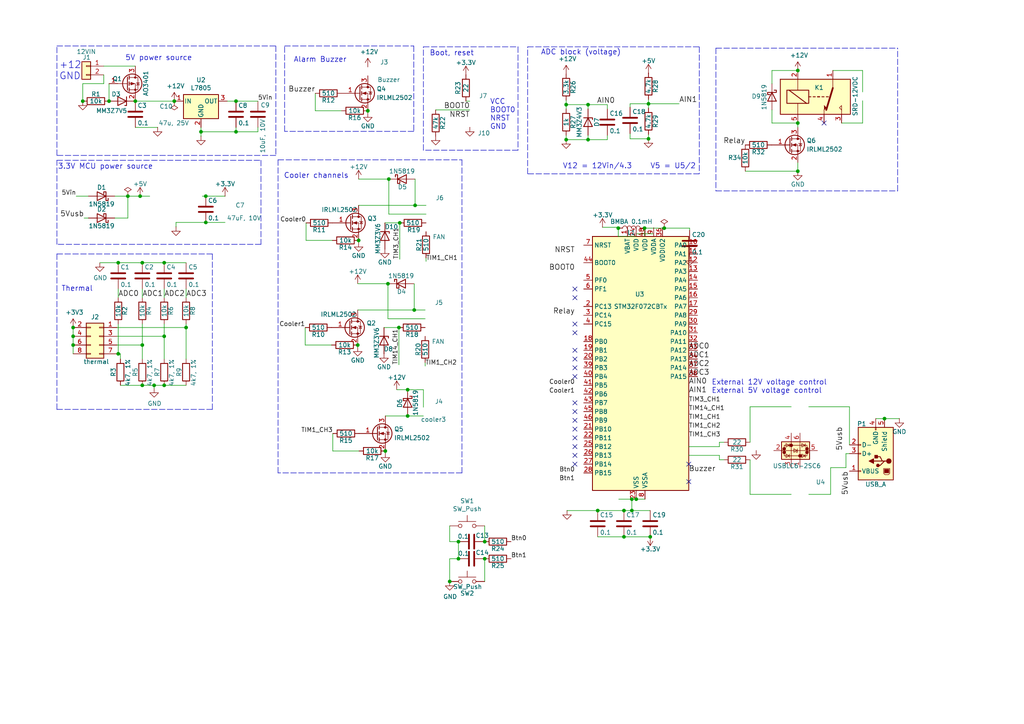
<source format=kicad_sch>
(kicad_sch (version 20231120) (generator "eeschema") (generator_version "8.0")
  (paper "A4")
  (junction (at 164.211 30.353))
  (junction (at 21.209 97.536))
  (junction (at 47.625 76.2))
  (junction (at 111.76 130.81))
  (junction (at 231.394 35.687))
  (junction (at 140.589 157.099))
  (junction (at 37.084 56.896))
  (junction (at 47.625 97.536))
  (junction (at 21.209 94.996))
  (junction (at 44.704 111.76))
  (junction (at 132.969 162.052))
  (junction (at 104.013 69.723))
  (junction (at 39.243 29.337))
  (junction (at 103.759 100.076))
  (junction (at 179.324 66.167))
  (junction (at 68.453 29.337))
  (junction (at 34.29 102.616))
  (junction (at 59.69 56.896))
  (junction (at 170.561 30.353))
  (junction (at 132.969 157.099))
  (junction (at 120.396 59.563))
  (junction (at 188.087 30.099))
  (junction (at 59.69 64.516))
  (junction (at 21.209 100.076))
  (junction (at 184.531 144.78))
  (junction (at 31.623 29.337))
  (junction (at 170.561 40.513))
  (junction (at 112.522 82.296))
  (junction (at 186.944 66.167))
  (junction (at 115.951 64.643))
  (junction (at 231.394 20.447))
  (junction (at 50.546 29.337))
  (junction (at 53.975 94.996))
  (junction (at 183.261 148.082))
  (junction (at 112.776 51.943))
  (junction (at 130.429 168.656))
  (junction (at 120.142 89.916))
  (junction (at 192.659 66.167))
  (junction (at 231.394 49.657))
  (junction (at 68.453 38.227))
  (junction (at 183.261 144.78))
  (junction (at 173.355 148.082))
  (junction (at 24.003 29.337))
  (junction (at 118.237 120.65))
  (junction (at 188.595 155.702))
  (junction (at 58.293 38.227))
  (junction (at 115.697 94.996))
  (junction (at 118.237 113.03))
  (junction (at 41.275 100.076))
  (junction (at 41.275 76.2))
  (junction (at 180.975 148.082))
  (junction (at 164.211 40.513))
  (junction (at 41.275 111.76))
  (junction (at 180.975 155.702))
  (junction (at 140.589 162.052))
  (junction (at 106.68 32.131))
  (junction (at 188.087 40.259))
  (junction (at 47.625 111.76))
  (junction (at 34.29 76.2))
  (junction (at 256.54 121.412))
  (junction (at 40.64 56.896))
  (no_connect (at 166.751 96.52))
  (no_connect (at 166.751 86.36))
  (no_connect (at 199.771 134.62))
  (no_connect (at 199.771 139.7))
  (no_connect (at 166.751 104.14))
  (no_connect (at 166.751 132.08))
  (no_connect (at 166.751 121.92))
  (no_connect (at 166.751 106.68))
  (no_connect (at 166.751 134.62))
  (no_connect (at 166.751 129.54))
  (no_connect (at 166.751 93.98))
  (no_connect (at 273.685 226.695))
  (no_connect (at 239.014 35.687))
  (no_connect (at 166.751 127))
  (no_connect (at 166.751 119.38))
  (no_connect (at 273.05 232.41))
  (no_connect (at 166.751 109.22))
  (no_connect (at 166.751 101.6))
  (no_connect (at 270.51 248.92))
  (no_connect (at 166.751 124.46))
  (no_connect (at 270.51 240.03))
  (no_connect (at 166.751 116.84))
  (no_connect (at 166.751 83.82))
  (wire (pts (xy 47.625 97.536) (xy 47.625 104.14)))
  (wire (pts (xy 65.278 56.896) (xy 59.69 56.896)))
  (polyline (pts (xy 202.819 13.589) (xy 202.819 50.419)) (stroke (width 0) (type dash)))
  (polyline (pts (xy 75.692 46.482) (xy 75.692 70.866)) (stroke (width 0) (type dash)))
  (wire (pts (xy 41.275 100.076) (xy 41.275 104.14)))
  (wire (pts (xy 164.211 30.353) (xy 164.211 31.623)))
  (wire (pts (xy 180.975 148.082) (xy 183.261 148.082)))
  (wire (pts (xy 188.087 40.259) (xy 182.753 40.259)))
  (wire (pts (xy 34.29 102.616) (xy 34.925 102.616)))
  (polyline (pts (xy 153.035 50.419) (xy 153.035 13.589)) (stroke (width 0) (type dash)))
  (wire (pts (xy 186.944 68.58) (xy 187.071 68.58)))
  (wire (pts (xy 33.274 63.246) (xy 37.084 63.246)))
  (polyline (pts (xy 133.985 46.355) (xy 133.985 137.16)) (stroke (width 0) (type dash)))
  (wire (pts (xy 39.243 36.957) (xy 45.72 36.957)))
  (polyline (pts (xy 260.35 55.372) (xy 260.35 13.97)) (stroke (width 0) (type dash)))
  (wire (pts (xy 184.531 68.58) (xy 184.531 67.818)))
  (polyline (pts (xy 80.645 46.355) (xy 133.985 46.355)) (stroke (width 0) (type dash)))
  (wire (pts (xy 223.901 24.257) (xy 223.901 20.447)))
  (polyline (pts (xy 207.645 13.97) (xy 260.35 13.97)) (stroke (width 0) (type dash)))
  (wire (pts (xy 22.098 56.896) (xy 25.654 56.896)))
  (polyline (pts (xy 16.51 70.866) (xy 16.51 46.482)) (stroke (width 0) (type dash)))
  (polyline (pts (xy 133.985 137.16) (xy 80.645 137.16)) (stroke (width 0) (type dash)))
  (wire (pts (xy 58.293 36.957) (xy 58.293 38.227)))
  (wire (pts (xy 217.551 133.35) (xy 217.551 143.383)))
  (wire (pts (xy 24.003 29.337) (xy 24.003 24.257)))
  (wire (pts (xy 115.697 94.996) (xy 115.697 105.791)))
  (wire (pts (xy 21.209 100.076) (xy 21.209 102.616)))
  (wire (pts (xy 39.243 29.337) (xy 50.546 29.337)))
  (wire (pts (xy 179.451 144.78) (xy 183.261 144.78)))
  (wire (pts (xy 103.759 89.916) (xy 120.142 89.916)))
  (polyline (pts (xy 120.015 38.1) (xy 82.55 38.1)) (stroke (width 0) (type dash)))
  (polyline (pts (xy 16.51 13.335) (xy 80.01 13.335)) (stroke (width 0) (type dash)))
  (wire (pts (xy 50.546 29.337) (xy 50.673 29.337)))
  (wire (pts (xy 30.099 19.177) (xy 39.243 19.177)))
  (wire (pts (xy 28.956 76.2) (xy 34.29 76.2)))
  (wire (pts (xy 112.776 51.943) (xy 104.013 51.943)))
  (wire (pts (xy 112.522 82.296) (xy 103.759 82.296)))
  (wire (pts (xy 130.429 168.656) (xy 130.429 162.052)))
  (wire (pts (xy 111.76 120.65) (xy 118.237 120.65)))
  (wire (pts (xy 130.429 162.052) (xy 132.969 162.052)))
  (wire (pts (xy 58.293 38.227) (xy 68.453 38.227)))
  (wire (pts (xy 188.087 38.989) (xy 188.087 40.259)))
  (wire (pts (xy 74.803 38.227) (xy 74.803 36.957)))
  (wire (pts (xy 103.759 100.711) (xy 103.759 100.076)))
  (wire (pts (xy 112.776 62.103) (xy 112.776 51.943)))
  (wire (pts (xy 112.776 62.103) (xy 123.571 62.103)))
  (polyline (pts (xy 202.819 50.419) (xy 153.035 50.419)) (stroke (width 0) (type dash)))
  (wire (pts (xy 25.654 63.246) (xy 24.384 63.246)))
  (wire (pts (xy 170.561 40.513) (xy 176.149 40.513)))
  (polyline (pts (xy 16.51 46.482) (xy 75.692 46.482)) (stroke (width 0) (type dash)))
  (wire (pts (xy 58.293 38.227) (xy 58.293 39.497)))
  (wire (pts (xy 111.76 131.445) (xy 111.76 130.81)))
  (wire (pts (xy 254 121.412) (xy 256.54 121.412)))
  (wire (pts (xy 208.661 128.27) (xy 209.931 128.27)))
  (polyline (pts (xy 207.645 13.97) (xy 207.645 55.372)) (stroke (width 0) (type dash)))
  (wire (pts (xy 208.661 133.35) (xy 208.661 132.08)))
  (wire (pts (xy 223.901 35.687) (xy 223.901 31.877)))
  (wire (pts (xy 91.44 32.131) (xy 99.06 32.131)))
  (wire (pts (xy 68.453 29.337) (xy 74.803 29.337)))
  (wire (pts (xy 68.453 38.227) (xy 74.803 38.227)))
  (polyline (pts (xy 80.01 13.335) (xy 80.01 45.085)) (stroke (width 0) (type dash)))
  (wire (pts (xy 189.611 67.818) (xy 189.611 68.58)))
  (wire (pts (xy 173.355 148.082) (xy 180.975 148.082)))
  (wire (pts (xy 164.211 30.353) (xy 170.561 30.353)))
  (wire (pts (xy 164.211 39.243) (xy 164.211 40.513)))
  (wire (pts (xy 183.261 148.082) (xy 188.595 148.082)))
  (wire (pts (xy 245.364 135.636) (xy 240.919 135.636)))
  (wire (pts (xy 208.661 132.08) (xy 199.771 132.08)))
  (wire (pts (xy 24.003 24.257) (xy 30.099 24.257)))
  (wire (pts (xy 223.901 20.447) (xy 231.394 20.447)))
  (polyline (pts (xy 16.51 45.085) (xy 16.51 13.335)) (stroke (width 0) (type dash)))
  (wire (pts (xy 164.465 148.082) (xy 173.355 148.082)))
  (wire (pts (xy 186.944 66.167) (xy 186.944 68.58)))
  (polyline (pts (xy 82.55 38.1) (xy 82.55 13.335)) (stroke (width 0) (type dash)))
  (wire (pts (xy 170.561 31.623) (xy 170.561 30.353)))
  (wire (pts (xy 118.237 120.65) (xy 122.809 120.65)))
  (wire (pts (xy 250.19 26.67) (xy 250.19 20.447)))
  (wire (pts (xy 106.68 32.766) (xy 106.68 32.131)))
  (wire (pts (xy 58.674 56.896) (xy 59.69 56.896)))
  (wire (pts (xy 53.975 93.98) (xy 53.975 94.996)))
  (wire (pts (xy 188.087 28.829) (xy 188.087 30.099)))
  (wire (pts (xy 122.809 113.03) (xy 118.237 113.03)))
  (polyline (pts (xy 80.645 137.16) (xy 80.645 46.355)) (stroke (width 0) (type dash)))
  (wire (pts (xy 91.44 27.051) (xy 91.44 32.131)))
  (wire (pts (xy 37.084 56.896) (xy 40.64 56.896)))
  (wire (pts (xy 231.394 49.657) (xy 231.394 47.117)))
  (wire (pts (xy 250.19 35.687) (xy 244.094 35.687)))
  (wire (pts (xy 53.975 111.76) (xy 47.625 111.76)))
  (wire (pts (xy 34.29 83.82) (xy 34.29 86.36)))
  (wire (pts (xy 53.975 94.996) (xy 53.975 104.14)))
  (polyline (pts (xy 120.015 13.335) (xy 120.015 38.1)) (stroke (width 0) (type dash)))
  (polyline (pts (xy 122.809 13.589) (xy 150.241 13.589)) (stroke (width 0) (type dash)))
  (wire (pts (xy 192.659 66.167) (xy 200.025 66.167)))
  (polyline (pts (xy 82.55 13.335) (xy 120.015 13.335)) (stroke (width 0) (type dash)))
  (wire (pts (xy 33.909 100.076) (xy 41.275 100.076)))
  (wire (pts (xy 34.29 93.98) (xy 34.29 102.616)))
  (wire (pts (xy 246.38 131.572) (xy 245.364 131.572)))
  (wire (pts (xy 217.551 128.27) (xy 217.551 117.983)))
  (wire (pts (xy 240.919 143.383) (xy 234.569 143.383)))
  (wire (pts (xy 240.919 135.636) (xy 240.919 143.383)))
  (wire (pts (xy 176.149 40.513) (xy 176.149 39.243)))
  (wire (pts (xy 183.261 144.78) (xy 183.261 148.082)))
  (wire (pts (xy 41.275 111.76) (xy 34.925 111.76)))
  (polyline (pts (xy 61.595 73.66) (xy 61.595 118.745)) (stroke (width 0) (type dash)))
  (wire (pts (xy 170.561 40.513) (xy 170.561 39.243)))
  (wire (pts (xy 88.519 94.996) (xy 88.519 100.076)))
  (wire (pts (xy 164.211 40.513) (xy 170.561 40.513)))
  (wire (pts (xy 96.52 125.73) (xy 96.52 130.81)))
  (wire (pts (xy 41.275 111.76) (xy 44.704 111.76)))
  (wire (pts (xy 250.19 29.21) (xy 250.19 35.687)))
  (wire (pts (xy 182.753 38.735) (xy 182.753 40.259)))
  (wire (pts (xy 51.054 65.786) (xy 51.054 64.516)))
  (wire (pts (xy 132.969 157.099) (xy 130.429 157.099)))
  (wire (pts (xy 21.209 94.996) (xy 21.209 97.536)))
  (wire (pts (xy 47.625 76.2) (xy 53.975 76.2)))
  (wire (pts (xy 33.274 56.896) (xy 37.084 56.896)))
  (wire (pts (xy 176.149 31.623) (xy 176.149 30.353)))
  (wire (pts (xy 44.704 111.76) (xy 44.704 112.649)))
  (wire (pts (xy 115.697 94.996) (xy 111.379 94.996)))
  (wire (pts (xy 115.951 64.643) (xy 111.633 64.643)))
  (wire (pts (xy 33.909 94.996) (xy 53.975 94.996)))
  (wire (pts (xy 120.396 51.943) (xy 120.396 59.563)))
  (wire (pts (xy 188.087 30.099) (xy 196.977 30.099)))
  (wire (pts (xy 184.531 67.818) (xy 189.611 67.818)))
  (wire (pts (xy 88.519 100.076) (xy 96.139 100.076)))
  (wire (pts (xy 217.551 117.983) (xy 229.489 117.983)))
  (polyline (pts (xy 75.692 70.866) (xy 16.51 70.866)) (stroke (width 0) (type dash)))
  (wire (pts (xy 44.704 111.76) (xy 47.625 111.76)))
  (wire (pts (xy 245.364 131.572) (xy 245.364 135.636)))
  (wire (pts (xy 130.429 152.527) (xy 130.429 157.099)))
  (wire (pts (xy 199.771 129.54) (xy 208.661 129.54)))
  (wire (pts (xy 47.625 93.98) (xy 47.625 97.536)))
  (wire (pts (xy 96.52 130.81) (xy 104.14 130.81)))
  (wire (pts (xy 246.38 129.032) (xy 246.38 117.983)))
  (wire (pts (xy 120.142 89.916) (xy 123.317 89.916)))
  (wire (pts (xy 173.355 155.702) (xy 180.975 155.702)))
  (wire (pts (xy 68.453 38.227) (xy 68.453 36.957)))
  (wire (pts (xy 132.969 157.099) (xy 132.969 162.052)))
  (wire (pts (xy 216.154 49.657) (xy 231.394 49.657)))
  (polyline (pts (xy 207.645 55.372) (xy 260.35 55.372)) (stroke (width 0) (type dash)))
  (polyline (pts (xy 150.241 13.589) (xy 150.241 43.561)) (stroke (width 0) (type dash)))
  (wire (pts (xy 231.394 36.957) (xy 231.394 35.687)))
  (wire (pts (xy 231.394 35.687) (xy 223.901 35.687)))
  (wire (pts (xy 256.54 121.412) (xy 260.858 121.412)))
  (wire (pts (xy 112.522 92.456) (xy 112.522 82.296)))
  (wire (pts (xy 47.625 83.82) (xy 47.625 86.36)))
  (wire (pts (xy 180.975 155.702) (xy 188.595 155.702)))
  (wire (pts (xy 104.013 70.358) (xy 104.013 69.723)))
  (wire (pts (xy 179.324 68.58) (xy 184.531 68.58)))
  (polyline (pts (xy 122.809 43.561) (xy 122.809 13.589)) (stroke (width 0) (type dash)))
  (polyline (pts (xy 150.241 43.561) (xy 122.809 43.561)) (stroke (width 0) (type dash)))
  (wire (pts (xy 31.623 24.257) (xy 31.623 29.337)))
  (wire (pts (xy 140.589 162.052) (xy 140.589 168.656)))
  (wire (pts (xy 37.084 63.246) (xy 37.084 56.896)))
  (wire (pts (xy 217.551 143.383) (xy 229.489 143.383)))
  (wire (pts (xy 122.809 118.11) (xy 122.809 113.03)))
  (wire (pts (xy 246.38 117.983) (xy 234.569 117.983)))
  (wire (pts (xy 120.142 82.296) (xy 120.142 89.916)))
  (wire (pts (xy 179.324 65.913) (xy 179.324 66.167)))
  (wire (pts (xy 30.099 24.257) (xy 30.099 21.717)))
  (wire (pts (xy 250.19 20.447) (xy 241.554 20.447)))
  (wire (pts (xy 104.013 59.563) (xy 120.396 59.563)))
  (wire (pts (xy 33.909 102.616) (xy 34.29 102.616)))
  (wire (pts (xy 164.211 29.083) (xy 164.211 30.353)))
  (wire (pts (xy 120.396 59.563) (xy 123.571 59.563)))
  (wire (pts (xy 182.753 31.115) (xy 182.753 30.099)))
  (wire (pts (xy 123.317 106.172) (xy 123.317 105.156)))
  (wire (pts (xy 33.909 97.536) (xy 47.625 97.536)))
  (wire (pts (xy 65.913 29.337) (xy 68.453 29.337)))
  (wire (pts (xy 188.087 30.099) (xy 188.087 31.369)))
  (wire (pts (xy 115.951 64.643) (xy 115.951 75.184)))
  (wire (pts (xy 183.261 144.78) (xy 184.531 144.78)))
  (polyline (pts (xy 16.51 73.66) (xy 61.595 73.66)) (stroke (width 0) (type dash)))
  (wire (pts (xy 34.925 102.616) (xy 34.925 104.14)))
  (wire (pts (xy 112.522 92.456) (xy 123.317 92.456)))
  (wire (pts (xy 179.324 66.167) (xy 179.324 68.58)))
  (wire (pts (xy 135.128 29.337) (xy 136.271 29.337)))
  (wire (pts (xy 41.275 93.98) (xy 41.275 100.076)))
  (wire (pts (xy 65.278 64.516) (xy 59.69 64.516)))
  (polyline (pts (xy 16.51 118.745) (xy 16.51 73.66)) (stroke (width 0) (type dash)))
  (polyline (pts (xy 61.595 118.745) (xy 16.51 118.745)) (stroke (width 0) (type dash)))
  (wire (pts (xy 174.752 65.913) (xy 179.324 65.913)))
  (polyline (pts (xy 153.035 13.589) (xy 202.819 13.589)) (stroke (width 0) (type dash)))
  (wire (pts (xy 182.753 30.099) (xy 188.087 30.099)))
  (wire (pts (xy 208.661 129.54) (xy 208.661 128.27)))
  (wire (pts (xy 34.29 76.2) (xy 41.275 76.2)))
  (wire (pts (xy 123.571 75.819) (xy 123.571 74.803)))
  (wire (pts (xy 186.944 66.167) (xy 192.659 66.167)))
  (wire (pts (xy 187.071 144.78) (xy 184.531 144.78)))
  (wire (pts (xy 140.589 157.099) (xy 140.589 152.527)))
  (wire (pts (xy 41.275 76.2) (xy 47.625 76.2)))
  (wire (pts (xy 88.773 64.643) (xy 88.773 69.723)))
  (polyline (pts (xy 80.01 45.085) (xy 16.51 45.085)) (stroke (width 0) (type dash)))
  (wire (pts (xy 21.209 100.076) (xy 21.209 97.536)))
  (wire (pts (xy 170.561 30.353) (xy 176.149 30.353)))
  (wire (pts (xy 53.975 86.36) (xy 53.975 83.82)))
  (wire (pts (xy 115.062 113.03) (xy 118.237 113.03)))
  (wire (pts (xy 88.773 69.723) (xy 96.393 69.723)))
  (wire (pts (xy 41.275 83.82) (xy 41.275 86.36)))
  (wire (pts (xy 126.365 31.877) (xy 136.271 31.877)))
  (wire (pts (xy 40.64 56.896) (xy 43.434 56.896)))
  (wire (pts (xy 51.054 64.516) (xy 59.69 64.516)))
  (wire (pts (xy 209.931 133.35) (xy 208.661 133.35)))
  (wire (pts (xy 200.025 66.167) (xy 200.025 66.802)))
  (text "Cooler channels" (at 82.296 51.943 0) (effects (font (size 1.524 1.524)) (justify left bottom)))
  (text "ADC block (voltage)" (at 156.845 16.129 0) (effects (font (size 1.524 1.524)) (justify left bottom)))
  (text "V12 = 12Vin/4.3" (at 163.195 49.149 0) (effects (font (size 1.524 1.524)) (justify left bottom)))
  (text "+12\nGND" (at 17.145 23.368 0) (effects (font (size 2.0066 2.0066)) (justify left bottom)))
  (text "3.3V MCU power source" (at 16.764 49.276 0) (effects (font (size 1.524 1.524)) (justify left bottom)))
  (text "External 12V voltage control" (at 206.375 111.887 0) (effects (font (size 1.524 1.524)) (justify left bottom)))
  (text "External 5V voltage control" (at 206.375 114.3 0) (effects (font (size 1.524 1.524)) (justify left bottom)))
  (text "Boot, reset" (at 124.587 16.383 0) (effects (font (size 1.524 1.524)) (justify left bottom)))
  (text "VCC\nBOOT0\nNRST\nGND" (at 142.113 37.719 0) (effects (font (size 1.4986 1.4986)) (justify left bottom)))
  (text "5V power source" (at 36.322 17.78 0) (effects (font (size 1.524 1.524)) (justify left bottom)))
  (text "Alarm Buzzer" (at 100.584 18.288 0) (effects (font (size 1.524 1.524)) (justify right bottom)))
  (text "Thermal" (at 17.78 84.709 0) (effects (font (size 1.524 1.524)) (justify left bottom)))
  (text "V5 = U5/2" (at 188.595 49.149 0) (effects (font (size 1.524 1.524)) (justify left bottom)))
  (label "BOOT0" (at 166.751 78.74 180) (effects (font (size 1.524 1.524))))
  (label "Buzzer" (at 199.771 137.16 0) (effects (font (size 1.524 1.524))))
  (label "TIM3_CH1" (at 115.951 75.184 90))
  (label "AIN0" (at 199.771 111.76 0) (effects (font (size 1.524 1.524))))
  (label "NRST" (at 136.271 34.417 180) (effects (font (size 1.524 1.524))))
  (label "5Vin" (at 74.803 29.337 0))
  (label "5Vin" (at 22.098 56.896 180))
  (label "ADC1" (at 199.771 104.14 0) (effects (font (size 1.524 1.524))))
  (label "5Vusb" (at 244.729 130.683 90) (effects (font (size 1.524 1.524))))
  (label "Btn0" (at 166.751 137.16 180))
  (label "ADC1" (at 41.275 86.36 0) (effects (font (size 1.524 1.524))))
  (label "TIM14_CH1" (at 115.697 105.791 90))
  (label "TIM1_CH2" (at 199.771 124.46 0))
  (label "AIN1" (at 199.771 114.3 0) (effects (font (size 1.524 1.524))))
  (label "Relay" (at 166.751 91.44 180) (effects (font (size 1.524 1.524))))
  (label "Btn1" (at 148.209 162.052 0))
  (label "ADC2" (at 47.625 86.36 0) (effects (font (size 1.524 1.524))))
  (label "Cooler0" (at 166.751 111.76 180))
  (label "ADC3" (at 53.975 86.36 0) (effects (font (size 1.524 1.524))))
  (label "TIM14_CH1" (at 199.771 119.38 0))
  (label "Buzzer" (at 91.44 27.051 180) (effects (font (size 1.524 1.524))))
  (label "Cooler1" (at 88.519 94.996 180))
  (label "Cooler1" (at 166.751 114.3 180))
  (label "Cooler0" (at 88.773 64.643 180))
  (label "ADC0" (at 34.29 86.36 0) (effects (font (size 1.524 1.524))))
  (label "ADC3" (at 199.771 109.22 0) (effects (font (size 1.524 1.524))))
  (label "Btn0" (at 148.209 157.099 0))
  (label "TIM1_CH3" (at 96.52 125.73 180))
  (label "AIN1" (at 196.977 30.099 0) (effects (font (size 1.524 1.524))))
  (label "ADC2" (at 199.771 106.68 0) (effects (font (size 1.524 1.524))))
  (label "Btn1" (at 166.751 139.7 180))
  (label "ADC0" (at 199.771 101.6 0) (effects (font (size 1.524 1.524))))
  (label "TIM1_CH1" (at 199.771 121.92 0))
  (label "5Vusb" (at 24.384 63.246 180) (effects (font (size 1.524 1.524))))
  (label "TIM1_CH1" (at 123.571 75.819 0))
  (label "TIM1_CH3" (at 199.771 127 0))
  (label "TIM3_CH1" (at 199.771 116.84 0))
  (label "TIM1_CH2" (at 123.317 106.172 0))
  (label "BOOT0" (at 136.271 31.877 180) (effects (font (size 1.524 1.524))))
  (label "5Vusb" (at 246.38 136.652 270) (effects (font (size 1.524 1.524))))
  (label "Relay" (at 216.154 42.037 180) (effects (font (size 1.524 1.524))))
  (label "NRST" (at 166.751 73.66 180) (effects (font (size 1.524 1.524))))
  (label "AIN0" (at 173.101 30.353 0) (effects (font (size 1.524 1.524))))
  (symbol (lib_id "Device:C") (at 173.355 151.892 0) (unit 1)
    (property "Reference" "C15" (at 173.99 149.352 0) (effects (justify left)))
    (property "Value" "0.1" (at 173.99 154.432 0) (effects (justify left)))
    (property "Footprint" "Capacitor_SMD:C_0603_1608Metric_Pad1.05x0.95mm_HandSolder" (effects (hide yes)))
  )
  (symbol (lib_id "Regulator_Linear:LM1117-3.3") (at 51.054 56.896 0) (unit 1)
    (property "Reference" "U1" (at 53.594 63.246 0))
    (property "Value" "LM1117-3.3" (at 51.054 50.546 0))
    (property "Footprint" "Package_TO_SOT_SMD:SOT-223-3_TabPin2" (effects (hide yes)))
  )
  (symbol (lib_id "Connector:USB_B") (at 254 131.572 180) (unit 1)
    (property "Reference" "P1" (at 249.936 122.936 0))
    (property "Value" "USB_A" (at 254 140.462 0))
    (property "Footprint" "Connector_USB:USB_B_OST_USB-B1HSxx_Horizontal" (effects (hide yes)))
  )
  (symbol (lib_id "power:GND") (at 45.72 36.957 0) (unit 1)
    (property "Reference" "#PWR08" (effects (hide yes)))
    (property "Value" "GND" (effects (hide yes)))
  )
  (symbol (lib_id "Device:C") (at 180.975 151.892 0) (unit 1)
    (property "Reference" "C17" (at 181.61 149.352 0) (effects (justify left)))
    (property "Value" "0.1" (at 181.61 154.432 0) (effects (justify left)))
    (property "Footprint" "Capacitor_SMD:C_0603_1608Metric_Pad1.05x0.95mm_HandSolder" (effects (hide yes)))
  )
  (symbol (lib_id "Device:C") (at 188.595 151.892 0) (unit 1)
    (property "Reference" "C19" (at 189.23 149.352 0) (effects (justify left)))
    (property "Value" "0.1" (at 189.23 154.432 0) (effects (justify left)))
    (property "Footprint" "Capacitor_SMD:C_0603_1608Metric_Pad1.05x0.95mm_HandSolder" (effects (hide yes)))
  )
  (symbol (lib_id "power:+3.3V") (at 188.595 155.702 180) (unit 1)
    (property "Reference" "#PWR029" (effects (hide yes)))
    (property "Value" "+3.3V" (at 188.595 159.258 0))
  )
  (symbol (lib_id "power:GND") (at 164.465 148.082 0) (unit 1)
    (property "Reference" "#PWR025" (effects (hide yes)))
    (property "Value" "GND" (effects (hide yes)))
  )
  (symbol (lib_id "Device:R") (at 164.211 25.273 0) (unit 1)
    (property "Reference" "R26" (at 166.243 25.273 90))
    (property "Value" "3.3k" (at 164.211 25.273 90))
    (property "Footprint" "Resistor_SMD:R_0603_1608Metric_Pad1.05x0.95mm_HandSolder" (effects (hide yes)))
  )
  (symbol (lib_id "Device:R") (at 164.211 35.433 0) (unit 1)
    (property "Reference" "R27" (at 166.243 35.433 90))
    (property "Value" "1k" (at 164.211 35.433 90))
    (property "Footprint" "Resistor_SMD:R_0603_1608Metric_Pad1.05x0.95mm_HandSolder" (effects (hide yes)))
  )
  (symbol (lib_id "Device:R") (at 188.087 25.019 0) (unit 1)
    (property "Reference" "R28" (at 190.119 25.019 90))
    (property "Value" "4.7k" (at 188.087 25.019 90))
    (property "Footprint" "Resistor_SMD:R_0603_1608Metric_Pad1.05x0.95mm_HandSolder" (effects (hide yes)))
  )
  (symbol (lib_id "Device:R") (at 188.087 35.179 0) (unit 1)
    (property "Reference" "R29" (at 190.119 35.179 90))
    (property "Value" "4.7k" (at 188.087 35.179 90))
    (property "Footprint" "Resistor_SMD:R_0603_1608Metric_Pad1.05x0.95mm_HandSolder" (effects (hide yes)))
  )
  (symbol (lib_id "power:GND") (at 219.329 130.683 0) (unit 1)
    (property "Reference" "#PWR031" (effects (hide yes)))
    (property "Value" "GND" (effects (hide yes)))
  )
  (symbol (lib_id "power:GND") (at 164.211 40.513 0) (unit 1)
    (property "Reference" "#PWR024" (effects (hide yes)))
    (property "Value" "GND" (effects (hide yes)))
  )
  (symbol (lib_id "power:GND") (at 188.087 40.259 0) (unit 1)
    (property "Reference" "#PWR028" (effects (hide yes)))
    (property "Value" "GND" (effects (hide yes)))
  )
  (symbol (lib_id "Device:C") (at 200.025 70.612 0) (unit 1)
    (property "Reference" "C20" (at 200.66 68.072 0) (effects (justify left)))
    (property "Value" "0.1" (at 200.66 73.152 0) (effects (justify left)))
    (property "Footprint" "Capacitor_SMD:C_0603_1608Metric_Pad1.05x0.95mm_HandSolder" (effects (hide yes)))
  )
  (symbol (lib_id "power:GND") (at 260.858 121.412 0) (unit 1)
    (property "Reference" "#PWR036" (effects (hide yes)))
    (property "Value" "GND" (at 260.858 125.222 0))
  )
  (symbol (lib_id "Device:R") (at 126.365 35.687 0) (unit 1)
    (property "Reference" "R22" (at 128.397 35.687 90))
    (property "Value" "47k" (at 126.365 35.687 90))
    (property "Footprint" "Resistor_SMD:R_0603_1608Metric_Pad1.05x0.95mm_HandSolder" (effects (hide yes)))
  )
  (symbol (lib_id "Device:Q_PMOS_GSD") (at 36.703 24.257 0) (unit 1)
    (property "Reference" "Q1" (at 32.639 22.86 0) (effects (justify left)))
    (property "Value" "AO3401" (at 42.291 27.94 90) (effects (justify left)))
    (property "Footprint" "Package_TO_SOT_SMD:SOT-23_Handsoldering" (effects (hide yes)))
  )
  (symbol (lib_id "Connector_Generic:Conn_01x01") (at 278.765 226.695 0) (unit 1)
    (property "Reference" "P5" (effects (hide yes)))
    (property "Value" "Hole" (at 281.305 226.695 90))
    (property "Footprint" "MountingHole:MountingHole_3.2mm_M3" (effects (hide yes)))
  )
  (symbol (lib_id "Connector_Generic:Conn_01x01") (at 278.13 232.41 0) (unit 1)
    (property "Reference" "P4" (effects (hide yes)))
    (property "Value" "Hole" (at 280.67 232.41 90))
    (property "Footprint" "MountingHole:MountingHole_3.2mm_M3" (effects (hide yes)))
  )
  (symbol (lib_id "Connector_Generic:Conn_01x01") (at 275.59 240.03 0) (unit 1)
    (property "Reference" "P2" (effects (hide yes)))
    (property "Value" "Hole" (at 278.13 240.03 90))
    (property "Footprint" "MountingHole:MountingHole_3.2mm_M3" (effects (hide yes)))
  )
  (symbol (lib_id "Connector_Generic:Conn_01x01") (at 275.59 248.92 0) (unit 1)
    (property "Reference" "P3" (effects (hide yes)))
    (property "Value" "Hole" (at 278.13 248.92 90))
    (property "Footprint" "MountingHole:MountingHole_3.2mm_M3" (effects (hide yes)))
  )
  (symbol (lib_id "Device:C") (at 39.243 33.147 0) (unit 1)
    (property "Reference" "C3" (at 39.878 30.607 0) (effects (justify left)))
    (property "Value" "0.1" (at 39.878 35.687 0) (effects (justify left)))
    (property "Footprint" "Capacitor_SMD:C_0603_1608Metric_Pad1.05x0.95mm_HandSolder" (effects (hide yes)))
  )
  (symbol (lib_id "Device:D_Zener") (at 170.561 35.433 270) (unit 1)
    (property "Reference" "D7" (at 173.101 35.433 0))
    (property "Value" "MM3Z4V3" (at 168.021 35.433 0))
    (property "Footprint" "Diode_SMD:D_0805_2012Metric_Pad1.15x1.40mm_HandSolder" (effects (hide yes)))
  )
  (symbol (lib_id "Device:R") (at 213.741 128.27 270) (unit 1)
    (property "Reference" "R30" (at 213.741 130.302 90))
    (property "Value" "22" (at 213.741 128.27 90))
    (property "Footprint" "Resistor_SMD:R_0603_1608Metric_Pad1.05x0.95mm_HandSolder" (effects (hide yes)))
  )
  (symbol (lib_id "Device:R") (at 213.741 133.35 270) (unit 1)
    (property "Reference" "R31" (at 213.741 135.382 90))
    (property "Value" "22" (at 213.741 133.35 90))
    (property "Footprint" "Resistor_SMD:R_0603_1608Metric_Pad1.05x0.95mm_HandSolder" (effects (hide yes)))
  )
  (symbol (lib_id "stm32-rescue:Conn_01x02-Chiller_control-rescue") (at 25.019 19.177 0) (mirror y) (unit 1)
    (property "Reference" "J1" (at 25.146 16.637 0))
    (property "Value" "12VIN" (at 25.019 14.986 0))
    (property "Footprint" "TerminalBlock_Phoenix:TerminalBlock_Phoenix_MKDS-1,5-2_1x02_P5.00mm_Horizontal" (effects (hide yes)))
  )
  (symbol (lib_id "power:GND") (at 58.293 39.497 0) (unit 1)
    (property "Reference" "#PWR09" (effects (hide yes)))
    (property "Value" "GND" (effects (hide yes)))
  )
  (symbol (lib_id "Device:C") (at 68.453 33.147 0) (unit 1)
    (property "Reference" "C8" (at 69.088 30.607 0) (effects (justify left)))
    (property "Value" "0.1" (at 69.088 35.687 0) (effects (justify left)))
    (property "Footprint" "Capacitor_SMD:C_0603_1608Metric_Pad1.05x0.95mm_HandSolder" (effects (hide yes)))
  )
  (symbol (lib_id "power:GND") (at 24.003 29.337 0) (unit 1)
    (property "Reference" "#PWR03" (effects (hide yes)))
    (property "Value" "GND" (effects (hide yes)))
  )
  (symbol (lib_id "stm32-rescue:GND-Chiller_control-rescue") (at 106.68 32.766 0) (unit 1)
    (property "Reference" "#PWR016" (effects (hide yes)))
    (property "Value" "GND" (at 106.68 36.576 0))
  )
  (symbol (lib_id "stm32-rescue:R-Chiller_control-rescue") (at 102.87 32.131 270) (unit 1)
    (property "Reference" "R16" (at 102.87 34.163 90))
    (property "Value" "10k" (at 102.87 32.131 90))
    (property "Footprint" "Resistor_SMD:R_0603_1608Metric_Pad1.05x0.95mm_HandSolder" (effects (hide yes)))
  )
  (symbol (lib_id "stm32-rescue:R-Chiller_control-rescue") (at 95.25 27.051 270) (unit 1)
    (property "Reference" "R12" (at 95.25 29.083 90))
    (property "Value" "510" (at 95.25 27.051 90))
    (property "Footprint" "Resistor_SMD:R_0603_1608Metric_Pad1.05x0.95mm_HandSolder" (effects (hide yes)))
  )
  (symbol (lib_id "stm32-rescue:Q_NMOS_GSD-Chiller_control-rescue") (at 104.14 27.051 0) (unit 1)
    (property "Reference" "Q4" (at 109.22 25.781 0) (effects (justify left)))
    (property "Value" "IRLML2502" (at 109.22 28.321 0) (effects (justify left)))
    (property "Footprint" "Package_TO_SOT_SMD:SOT-23_Handsoldering" (effects (hide yes)))
  )
  (symbol (lib_id "stm32-rescue:R-Chiller_control-rescue") (at 100.203 69.723 270) (unit 1)
    (property "Reference" "R14" (at 100.203 71.755 90))
    (property "Value" "10k" (at 100.203 69.723 90))
    (property "Footprint" "Resistor_SMD:R_0603_1608Metric_Pad1.05x0.95mm_HandSolder" (effects (hide yes)))
  )
  (symbol (lib_id "stm32-rescue:R-Chiller_control-rescue") (at 92.583 64.643 270) (unit 1)
    (property "Reference" "R11" (at 92.583 66.675 90))
    (property "Value" "510" (at 92.583 64.643 90))
    (property "Footprint" "Resistor_SMD:R_0603_1608Metric_Pad1.05x0.95mm_HandSolder" (effects (hide yes)))
  )
  (symbol (lib_id "stm32-rescue:Q_NMOS_GSD-Chiller_control-rescue") (at 101.473 64.643 0) (unit 1)
    (property "Reference" "Q3" (at 106.553 63.373 0) (effects (justify left)))
    (property "Value" "IRLML2502" (at 93.218 60.833 0) (effects (justify left)))
    (property "Footprint" "Package_TO_SOT_SMD:SOT-23_Handsoldering" (effects (hide yes)))
  )
  (symbol (lib_id "stm32-rescue:GND-Chiller_control-rescue") (at 104.013 70.358 0) (unit 1)
    (property "Reference" "#PWR014" (effects (hide yes)))
    (property "Value" "GND" (at 104.013 74.168 0))
  )
  (symbol (lib_id "stm32-rescue:R-Chiller_control-rescue") (at 34.925 107.95 180) (unit 1)
    (property "Reference" "R3" (at 32.893 107.95 90))
    (property "Value" "4k7, 1%" (at 37.084 108.077 90))
    (property "Footprint" "Resistor_SMD:R_0805_2012Metric_Pad1.15x1.40mm_HandSolder" (effects (hide yes)))
  )
  (symbol (lib_id "stm32-rescue:+12V-Chiller_control-rescue") (at 104.013 51.943 0) (unit 1)
    (property "Reference" "#PWR013" (effects (hide yes)))
    (property "Value" "+12V" (at 104.013 48.387 0))
  )
  (symbol (lib_id "stm32-rescue:C-Chiller_control-rescue") (at 34.29 80.01 0) (unit 1)
    (property "Reference" "C1" (at 34.925 77.47 0) (effects (justify left)))
    (property "Value" "0.1" (at 34.925 82.55 0) (effects (justify left)))
    (property "Footprint" "Capacitor_SMD:C_0603_1608Metric_Pad1.05x0.95mm_HandSolder" (effects (hide yes)))
  )
  (symbol (lib_id "Device:C") (at 182.753 34.925 0) (unit 1)
    (property "Reference" "C18" (at 183.388 32.385 0) (effects (justify left)))
    (property "Value" "0.1" (at 183.388 37.465 0) (effects (justify left)))
    (property "Footprint" "Capacitor_SMD:C_0603_1608Metric_Pad1.05x0.95mm_HandSolder" (effects (hide yes)))
  )
  (symbol (lib_id "Device:C") (at 176.149 35.433 0) (unit 1)
    (property "Reference" "C16" (at 176.784 32.893 0) (effects (justify left)))
    (property "Value" "0.1" (at 176.784 37.973 0) (effects (justify left)))
    (property "Footprint" "Capacitor_SMD:C_0603_1608Metric_Pad1.05x0.95mm_HandSolder" (effects (hide yes)))
  )
  (symbol (lib_id "power:+3.3V") (at 174.752 65.913 0) (unit 1)
    (property "Reference" "#PWR026" (effects (hide yes)))
    (property "Value" "+3.3V" (at 174.752 62.357 0))
  )
  (symbol (lib_id "power:+5V") (at 188.087 21.209 0) (unit 1)
    (property "Reference" "#PWR027" (effects (hide yes)))
    (property "Value" "+5V" (at 188.087 17.653 0))
  )
  (symbol (lib_id "Device:C") (at 74.803 33.147 0) (unit 1)
    (property "Reference" "C9" (at 75.565 30.48 0) (effects (justify left)))
    (property "Value" "10uF, 10V" (at 76.2 44.45 90) (effects (justify left)))
    (property "Footprint" "Capacitor_SMD:C_1206_3216Metric_Pad1.42x1.75mm_HandSolder" (effects (hide yes)))
  )
  (symbol (lib_id "Device:D_Schottky") (at 29.464 56.896 180) (unit 1)
    (property "Reference" "D1" (at 29.464 54.356 0))
    (property "Value" "1N5819" (at 29.464 59.182 0))
    (property "Footprint" "Diode_SMD:D_SOD-323_HandSoldering" (effects (hide yes)))
  )
  (symbol (lib_id "power:+5V") (at 40.64 56.896 0) (unit 1)
    (property "Reference" "#PWR04" (effects (hide yes)))
    (property "Value" "+5V" (at 40.64 53.34 0))
  )
  (symbol (lib_id "Device:C") (at 59.69 60.706 0) (unit 1)
    (property "Reference" "C6" (at 60.325 58.166 0) (effects (justify left)))
    (property "Value" "0.1" (at 60.325 63.246 0) (effects (justify left)))
    (property "Footprint" "Capacitor_SMD:C_0603_1608Metric_Pad1.05x0.95mm_HandSolder" (effects (hide yes)))
  )
  (symbol (lib_id "Device:CP") (at 65.278 60.706 0) (unit 1)
    (property "Reference" "C7" (at 68.2752 59.5376 0) (effects (justify left)))
    (property "Value" "47uF, 10V" (at 65.786 63.246 0) (effects (justify left)))
    (property "Footprint" "Capacitor_Tantalum_SMD:CP_EIA-6032-28_Kemet-C_Pad2.25x2.35mm_HandSolder" (effects (hide yes)))
  )
  (symbol (lib_id "MCU_ST_STM32F0:STM32F072CBTx") (at 184.531 106.68 0) (unit 1)
    (property "Reference" "U3" (at 185.547 85.344 0))
    (property "Value" "STM32F072CBTx" (at 185.801 88.9 0))
    (property "Footprint" "Package_QFP:LQFP-48_7x7mm_P0.5mm" (effects (hide yes)))
    (property "Datasheet" "http://www.st.com/st-web-ui/static/active/en/resource/technical/document/datasheet/DM00090510.pdf" (effects (hide yes)))
  )
  (symbol (lib_id "power:+3.3V") (at 135.128 21.717 0) (unit 1)
    (property "Reference" "#PWR020" (effects (hide yes)))
    (property "Value" "+3.3V" (at 135.128 18.161 0))
  )
  (symbol (lib_id "Device:R") (at 135.128 25.527 180) (unit 1)
    (property "Reference" "R23" (at 132.842 25.527 90))
    (property "Value" "22" (at 135.128 25.527 90))
    (property "Footprint" "Resistor_SMD:R_0603_1608Metric_Pad1.05x0.95mm_HandSolder" (effects (hide yes)))
  )
  (symbol (lib_id "Device:D_Zener") (at 35.433 29.337 180) (unit 1)
    (property "Reference" "D3" (at 33.655 27.305 0))
    (property "Value" "MM3Z7V5" (at 32.385 32.131 0))
    (property "Footprint" "Diode_SMD:D_0805_2012Metric_Pad1.15x1.40mm_HandSolder" (effects (hide yes)))
  )
  (symbol (lib_id "Device:R") (at 27.813 29.337 270) (unit 1)
    (property "Reference" "R1" (at 27.813 27.305 90))
    (property "Value" "10k" (at 27.813 29.337 90))
    (property "Footprint" "Resistor_SMD:R_0603_1608Metric_Pad1.05x0.95mm_HandSolder" (effects (hide yes)))
  )
  (symbol (lib_id "power:PWR_FLAG") (at 37.084 56.896 0) (unit 1)
    (property "Reference" "#FLG01" (effects (hide yes)))
    (property "Value" "PWR_FLAG" (effects (hide yes)))
  )
  (symbol (lib_id "stm32-rescue:+12V-Chiller_control-rescue") (at 164.211 21.463 0) (unit 1)
    (property "Reference" "#PWR023" (effects (hide yes)))
    (property "Value" "+12V" (at 164.592 17.0688 0))
  )
  (symbol (lib_id "Connector:Conn_01x02_Male") (at 127.889 118.11 0) (mirror y) (unit 1)
    (property "Reference" "J4" (at 126.111 116.459 0) (effects (justify right)))
    (property "Value" "cooler3" (at 122.047 121.666 0) (effects (justify right)))
    (property "Footprint" "Connector_JST:JST_EH_B2B-EH-A_1x02_P2.50mm_Vertical" (effects (hide yes)))
  )
  (symbol (lib_id "stm32-rescue:R-Chiller_control-rescue") (at 107.95 130.81 270) (unit 1)
    (property "Reference" "R17" (at 107.95 132.842 90))
    (property "Value" "10k" (at 107.95 130.81 90))
    (property "Footprint" "Resistor_SMD:R_0603_1608Metric_Pad1.05x0.95mm_HandSolder" (effects (hide yes)))
  )
  (symbol (lib_id "stm32-rescue:R-Chiller_control-rescue") (at 100.33 125.73 270) (unit 1)
    (property "Reference" "R15" (at 100.33 127.762 90))
    (property "Value" "510" (at 100.33 125.73 90))
    (property "Footprint" "Resistor_SMD:R_0603_1608Metric_Pad1.05x0.95mm_HandSolder" (effects (hide yes)))
  )
  (symbol (lib_id "stm32-rescue:Q_NMOS_GSD-Chiller_control-rescue") (at 109.22 125.73 0) (unit 1)
    (property "Reference" "Q5" (at 114.3 124.46 0) (effects (justify left)))
    (property "Value" "IRLML2502" (at 114.3 127 0) (effects (justify left)))
    (property "Footprint" "Package_TO_SOT_SMD:SOT-23_Handsoldering" (effects (hide yes)))
  )
  (symbol (lib_id "stm32-rescue:GND-Chiller_control-rescue") (at 111.76 131.445 0) (unit 1)
    (property "Reference" "#PWR017" (effects (hide yes)))
    (property "Value" "GND" (at 111.76 135.255 0))
  )
  (symbol (lib_id "stm32-rescue:+12V-Chiller_control-rescue") (at 115.062 113.03 0) (unit 1)
    (property "Reference" "#PWR018" (effects (hide yes)))
    (property "Value" "+12V" (at 115.062 109.474 0))
  )
  (symbol (lib_id "Switch:SW_Push") (at 135.509 152.527 0) (unit 1)
    (property "Reference" "SW1" (at 135.509 145.288 0))
    (property "Value" "SW_Push" (at 135.509 147.5994 0))
    (property "Footprint" "Connector_PinSocket_2.54mm:PinSocket_1x02_P2.54mm_Vertical" (effects (hide yes)))
  )
  (symbol (lib_id "Switch:SW_Push") (at 135.509 168.656 0) (unit 1)
    (property "Reference" "SW2" (at 135.509 172.085 0))
    (property "Value" "SW_Push" (at 135.636 170.18 0))
    (property "Footprint" "Connector_PinSocket_2.54mm:PinSocket_1x02_P2.54mm_Vertical" (effects (hide yes)))
  )
  (symbol (lib_id "Power_Protection:USBLC6-2SC6") (at 232.029 130.683 270) (mirror x) (unit 1)
    (property "Reference" "U4" (at 237.998 139.827 90))
    (property "Value" "USBLC6-2SC6" (at 231.14 135.128 90))
    (property "Footprint" "Package_TO_SOT_SMD:SOT-23-6" (effects (hide yes)))
    (property "Datasheet" "http://www2.st.com/resource/en/datasheet/CD00050750.pdf" (effects (hide yes)))
  )
  (symbol (lib_id "stm32-rescue:R-Chiller_control-rescue") (at 144.399 157.099 270) (unit 1)
    (property "Reference" "R24" (at 144.399 159.131 90))
    (property "Value" "510" (at 144.399 157.099 90))
    (property "Footprint" "Resistor_SMD:R_0603_1608Metric_Pad1.05x0.95mm_HandSolder" (effects (hide yes)))
  )
  (symbol (lib_id "stm32-rescue:R-Chiller_control-rescue") (at 144.399 162.052 270) (unit 1)
    (property "Reference" "R25" (at 144.399 164.084 90))
    (property "Value" "510" (at 144.399 162.052 90))
    (property "Footprint" "Resistor_SMD:R_0603_1608Metric_Pad1.05x0.95mm_HandSolder" (effects (hide yes)))
  )
  (symbol (lib_id "Connector:Conn_01x04_Male") (at 128.651 62.103 0) (mirror y) (unit 1)
    (property "Reference" "J6" (at 126.365 57.404 0) (effects (justify right)))
    (property "Value" "FAN" (at 125.476 68.707 0) (effects (justify right)))
    (property "Footprint" "Connector:FanPinHeader_1x04_P2.54mm_Vertical" (effects (hide yes)))
  )
  (symbol (lib_id "Device:C") (at 136.779 157.099 270) (unit 1)
    (property "Reference" "C13" (at 137.922 155.321 90) (effects (justify left)))
    (property "Value" "0.1" (at 132.715 155.575 90) (effects (justify left)))
    (property "Footprint" "Capacitor_SMD:C_0603_1608Metric_Pad1.05x0.95mm_HandSolder" (effects (hide yes)))
  )
  (symbol (lib_id "Connector:Conn_01x02_Male") (at 111.76 21.971 180) (unit 1)
    (property "Reference" "J3" (at 110.236 18.034 0) (effects (justify right)))
    (property "Value" "Buzzer" (at 109.474 23.114 0) (effects (justify right)))
    (property "Footprint" "Connector_JST:JST_EH_B2B-EH-A_1x02_P2.50mm_Vertical" (effects (hide yes)))
  )
  (symbol (lib_id "stm32-rescue:+12V-Chiller_control-rescue") (at 106.68 19.431 0) (unit 1)
    (property "Reference" "#PWR015" (effects (hide yes)))
    (property "Value" "+12V" (at 107.061 15.0368 0))
  )
  (symbol (lib_id "Device:C") (at 136.779 162.052 270) (unit 1)
    (property "Reference" "C14" (at 137.922 160.274 90) (effects (justify left)))
    (property "Value" "0.1" (at 132.842 160.528 90) (effects (justify left)))
    (property "Footprint" "Capacitor_SMD:C_0603_1608Metric_Pad1.05x0.95mm_HandSolder" (effects (hide yes)))
  )
  (symbol (lib_id "Device:D_Schottky") (at 29.464 63.246 180) (unit 1)
    (property "Reference" "D2" (at 29.464 60.706 0))
    (property "Value" "1N5819" (at 29.464 65.532 0))
    (property "Footprint" "Diode_SMD:D_SOD-323_HandSoldering" (effects (hide yes)))
  )
  (symbol (lib_id "stm32-rescue:GND-socket-rescue") (at 231.394 49.657 0) (unit 1)
    (property "Reference" "#PWR033" (effects (hide yes)))
    (property "Value" "GND" (at 231.394 53.467 0))
  )
  (symbol (lib_id "stm32-rescue:R-socket-rescue") (at 219.964 42.037 270) (unit 1)
    (property "Reference" "R32" (at 219.964 44.069 90))
    (property "Value" "510" (at 219.964 42.037 90))
    (property "Footprint" "Resistor_SMD:R_0603_1608Metric_Pad1.05x0.95mm_HandSolder" (effects (hide yes)))
  )
  (symbol (lib_id "stm32-rescue:R-socket-rescue") (at 216.154 45.847 0) (unit 1)
    (property "Reference" "R34" (at 213.106 45.72 0))
    (property "Value" "10k" (at 216.154 45.847 90))
    (property "Footprint" "Resistor_SMD:R_0603_1608Metric_Pad1.05x0.95mm_HandSolder" (effects (hide yes)))
  )
  (symbol (lib_id "stm32-rescue:G5LE-1-socket-rescue") (at 236.474 28.067 0) (mirror x) (unit 1)
    (property "Reference" "K1" (at 236.22 25.4 0) (effects (justify left)))
    (property "Value" "SRD-12VDC" (at 248.031 22.098 90) (effects (justify left)))
    (property "Footprint" "Relay_THT:Relay_SPDT_SANYOU_SRD_Series_Form_C" (effects (hide yes)))
  )
  (symbol (lib_id "stm32-rescue:+12V-Chiller_control-rescue") (at 231.394 20.447 0) (unit 1)
    (property "Reference" "#PWR032" (effects (hide yes)))
    (property "Value" "+12V" (at 231.775 16.0528 0))
  )
  (symbol (lib_id "stm32-rescue:Q_NMOS_GSD-socket-rescue") (at 228.854 42.037 0) (unit 1)
    (property "Reference" "Q6" (at 233.934 40.767 0) (effects (justify left)))
    (property "Value" "IRLML2502" (at 233.934 43.307 0) (effects (justify left)))
    (property "Footprint" "Package_TO_SOT_SMD:SOT-23_Handsoldering" (effects (hide yes)))
  )
  (symbol (lib_id "Device:D_Schottky") (at 223.901 28.067 270) (unit 1)
    (property "Reference" "D9" (at 219.329 27.94 90))
    (property "Value" "1N5819" (at 221.615 28.194 0))
    (property "Footprint" "Diode_SMD:D_SOD-323_HandSoldering" (effects (hide yes)))
  )
  (symbol (lib_id "power:GND") (at 130.429 168.656 0) (unit 1)
    (property "Reference" "#PWR022" (effects (hide yes)))
    (property "Value" "GND" (at 130.556 173.0502 0))
  )
  (symbol (lib_id "Device:D_Schottky") (at 116.586 51.943 0) (unit 1)
    (property "Reference" "D5" (at 116.713 54.229 0))
    (property "Value" "1N5819" (at 116.586 49.657 0))
    (property "Footprint" "Diode_SMD:D_SOD-323_HandSoldering" (effects (hide yes)))
  )
  (symbol (lib_id "power:GND") (at 51.054 65.786 0) (unit 1)
    (property "Reference" "#PWR07" (effects (hide yes)))
    (property "Value" "GND" (effects (hide yes)))
  )
  (symbol (lib_id "power:+3.3V") (at 65.278 56.896 0) (unit 1)
    (property "Reference" "#PWR010" (effects (hide yes)))
    (property "Value" "+3.3V" (at 65.278 53.34 0))
  )
  (symbol (lib_id "stm32-rescue:R-Chiller_control-rescue") (at 119.761 64.643 90) (unit 1)
    (property "Reference" "R19" (at 120.015 66.675 90))
    (property "Value" "510" (at 119.761 64.643 90))
    (property "Footprint" "Resistor_SMD:R_0603_1608Metric_Pad1.05x0.95mm_HandSolder" (effects (hide yes)))
  )
  (symbol (lib_id "stm32-rescue:R-Chiller_control-rescue") (at 123.571 70.993 180) (unit 1)
    (property "Reference" "R21" (at 121.539 70.993 90))
    (property "Value" "510" (at 123.571 70.993 90))
    (property "Footprint" "Resistor_SMD:R_0603_1608Metric_Pad1.05x0.95mm_HandSolder" (effects (hide yes)))
  )
  (symbol (lib_id "Device:D_Schottky") (at 118.237 116.84 270) (unit 1)
    (property "Reference" "D6" (at 115.951 116.967 0))
    (property "Value" "1N5819" (at 120.523 116.84 0))
    (property "Footprint" "Diode_SMD:D_SOD-323_HandSoldering" (effects (hide yes)))
  )
  (symbol (lib_id "stm32-rescue:R-Chiller_control-rescue") (at 99.949 100.076 270) (unit 1)
    (property "Reference" "R13" (at 99.949 102.108 90))
    (property "Value" "10k" (at 99.949 100.076 90))
    (property "Footprint" "Resistor_SMD:R_0603_1608Metric_Pad1.05x0.95mm_HandSolder" (effects (hide yes)))
  )
  (symbol (lib_id "stm32-rescue:R-Chiller_control-rescue") (at 92.329 94.996 270) (unit 1)
    (property "Reference" "R10" (at 92.329 97.028 90))
    (property "Value" "510" (at 92.329 94.996 90))
    (property "Footprint" "Resistor_SMD:R_0603_1608Metric_Pad1.05x0.95mm_HandSolder" (effects (hide yes)))
  )
  (symbol (lib_id "stm32-rescue:Q_NMOS_GSD-Chiller_control-rescue") (at 101.219 94.996 0) (unit 1)
    (property "Reference" "Q2" (at 106.299 93.726 0) (effects (justify left)))
    (property "Value" "IRLML2502" (at 92.964 91.186 0) (effects (justify left)))
    (property "Footprint" "Package_TO_SOT_SMD:SOT-23_Handsoldering" (effects (hide yes)))
  )
  (symbol (lib_id "stm32-rescue:GND-Chiller_control-rescue") (at 103.759 100.711 0) (unit 1)
    (property "Reference" "#PWR012" (effects (hide yes)))
    (property "Value" "GND" (at 103.759 104.521 0))
  )
  (symbol (lib_id "stm32-rescue:+12V-Chiller_control-rescue") (at 103.759 82.296 0) (unit 1)
    (property "Reference" "#PWR011" (effects (hide yes)))
    (property "Value" "+12V" (at 103.759 78.74 0))
  )
  (symbol (lib_id "Connector:Conn_01x04_Male") (at 128.397 92.456 0) (mirror y) (unit 1)
    (property "Reference" "J5" (at 126.111 87.757 0) (effects (justify right)))
    (property "Value" "FAN" (at 125.222 99.06 0) (effects (justify right)))
    (property "Footprint" "Connector:FanPinHeader_1x04_P2.54mm_Vertical" (effects (hide yes)))
  )
  (symbol (lib_id "Device:D_Schottky") (at 116.332 82.296 0) (unit 1)
    (property "Reference" "D4" (at 116.459 84.582 0))
    (property "Value" "1N5819" (at 116.332 80.01 0))
    (property "Footprint" "Diode_SMD:D_SOD-323_HandSoldering" (effects (hide yes)))
  )
  (symbol (lib_id "stm32-rescue:R-Chiller_control-rescue") (at 119.507 94.996 90) (unit 1)
    (property "Reference" "R18" (at 119.507 97.028 90))
    (property "Value" "510" (at 119.507 94.996 90))
    (property "Footprint" "Resistor_SMD:R_0603_1608Metric_Pad1.05x0.95mm_HandSolder" (effects (hide yes)))
  )
  (symbol (lib_id "stm32-rescue:R-Chiller_control-rescue") (at 123.317 101.346 180) (unit 1)
    (property "Reference" "R20" (at 121.285 101.346 90))
    (property "Value" "510" (at 123.317 101.346 90))
    (property "Footprint" "Resistor_SMD:R_0603_1608Metric_Pad1.05x0.95mm_HandSolder" (effects (hide yes)))
  )
  (symbol (lib_id "Connector:Conn_01x02_Female") (at 255.27 26.67 0) (unit 1)
    (property "Reference" "J8" (at 252.857 24.765 0) (effects (justify left)))
    (property "Value" "MKDS" (at 251.714 31.242 0) (effects (justify left)))
    (property "Footprint" "TerminalBlock_Phoenix:TerminalBlock_Phoenix_MKDS-1,5-2_1x02_P5.00mm_Horizontal" (effects (hide yes)))
  )
  (symbol (lib_id "Connector:Conn_01x02_Female") (at 141.351 29.337 0) (unit 1)
    (property "Reference" "J7" (at 138.938 27.813 0) (effects (justify left)))
    (property "Value" "Conn_01x02_Female" (effects (hide yes)))
    (property "Footprint" "Connector_PinSocket_2.54mm:PinSocket_1x02_P2.54mm_Vertical" (effects (hide yes)))
  )
  (symbol (lib_id "Connector:Conn_01x02_Female") (at 141.351 34.417 0) (unit 1)
    (property "Reference" "J10" (at 138.557 38.608 0) (effects (justify left)))
    (property "Value" "Conn_01x02_Female" (effects (hide yes)))
    (property "Footprint" "Connector_PinSocket_2.54mm:PinSocket_1x02_P2.54mm_Vertical" (effects (hide yes)))
  )
  (symbol (lib_id "power:PWR_FLAG") (at 192.659 66.167 0) (unit 1)
    (property "Reference" "#FLG03" (effects (hide yes)))
    (property "Value" "PWR_FLAG" (effects (hide yes)))
  )
  (symbol (lib_id "power:PWR_FLAG") (at 50.546 29.337 180) (unit 1)
    (property "Reference" "#FLG02" (effects (hide yes)))
    (property "Value" "PWR_FLAG" (effects (hide yes)))
  )
  (symbol (lib_id "stm32-rescue:L-Chiller_control-rescue") (at 183.134 66.167 90) (unit 1)
    (property "Reference" "L1" (at 183.134 67.437 90))
    (property "Value" "BMBA 0.1mH" (at 183.134 64.262 90))
    (property "Footprint" "Inductor_SMD:L_0805_2012Metric_Pad1.15x1.40mm_HandSolder" (effects (hide yes)))
  )
  (symbol (lib_id "power:GND") (at 200.025 74.422 0) (unit 1)
    (property "Reference" "#PWR030" (effects (hide yes)))
    (property "Value" "GND" (effects (hide yes)))
  )
  (symbol (lib_id "power:GND") (at 136.271 36.957 0) (unit 1)
    (property "Reference" "#PWR021" (effects (hide yes)))
    (property "Value" "GND" (effects (hide yes)))
  )
  (symbol (lib_id "power:GND") (at 126.365 39.497 0) (unit 1)
    (property "Reference" "#PWR019" (effects (hide yes)))
    (property "Value" "GND" (effects (hide yes)))
  )
  (symbol (lib_id "Regulator_Linear:L7805") (at 58.293 29.337 0) (unit 1)
    (property "Reference" "U2" (at 58.293 23.1902 0))
    (property "Value" "L7805" (at 58.293 25.5016 0))
    (property "Footprint" "Package_TO_SOT_THT:TO-220-3_Vertical" (effects (hide yes)))
    (property "Datasheet" "http://www.st.com/content/ccc/resource/technical/document/datasheet/41/4f/b3/b0/12/d4/47/88/CD00000444.pdf/files/CD00000444.pdf/jcr:content/translations/en.CD00000444.pdf" (effects (hide yes)))
  )
  (symbol (lib_id "Device:CP") (at 45.72 33.147 0) (unit 1)
    (property "Reference" "C10" (at 46.228 30.861 0) (effects (justify left)))
    (property "Value" "47u, 25V" (at 45.974 35.687 0) (effects (justify left)))
    (property "Footprint" "Capacitor_THT:CP_Radial_D8.0mm_P3.50mm" (effects (hide yes)))
  )
  (symbol (lib_id "Connector_Generic:Conn_02x04_Odd_Even") (at 28.829 97.536 0) (mirror y) (unit 1)
    (property "Reference" "J2" (at 27.559 91.948 0))
    (property "Value" "thermal" (at 27.94 104.902 0))
    (property "Footprint" "Connector_PinSocket_2.54mm:PinSocket_2x04_P2.54mm_Vertical" (effects (hide yes)))
  )
  (symbol (lib_id "stm32-rescue:+3.3V-Chiller_control-rescue") (at 21.209 94.996 0) (unit 1)
    (property "Reference" "#PWR01" (effects (hide yes)))
    (property "Value" "+3V3" (at 21.59 90.6018 0))
  )
  (symbol (lib_id "stm32-rescue:R-Chiller_control-rescue") (at 41.275 107.95 180) (unit 1)
    (property "Reference" "R5" (at 39.243 107.95 90))
    (property "Value" "4k7, 1%" (at 43.434 108.077 90))
    (property "Footprint" "Resistor_SMD:R_0805_2012Metric_Pad1.15x1.40mm_HandSolder" (effects (hide yes)))
  )
  (symbol (lib_id "stm32-rescue:R-Chiller_control-rescue") (at 47.625 107.95 180) (unit 1)
    (property "Reference" "R7" (at 45.593 107.95 90))
    (property "Value" "4k7, 1%" (at 49.784 108.077 90))
    (property "Footprint" "Resistor_SMD:R_0805_2012Metric_Pad1.15x1.40mm_HandSolder" (effects (hide yes)))
  )
  (symbol (lib_id "stm32-rescue:R-Chiller_control-rescue") (at 53.975 107.95 180) (unit 1)
    (property "Reference" "R9" (at 51.943 107.95 90))
    (property "Value" "4k7, 1%" (at 56.134 108.077 90))
    (property "Footprint" "Resistor_SMD:R_0805_2012Metric_Pad1.15x1.40mm_HandSolder" (effects (hide yes)))
  )
  (symbol (lib_id "stm32-rescue:C-Chiller_control-rescue") (at 41.275 80.01 0) (unit 1)
    (property "Reference" "C2" (at 41.91 77.47 0) (effects (justify left)))
    (property "Value" "0.1" (at 41.91 82.55 0) (effects (justify left)))
    (property "Footprint" "Capacitor_SMD:C_0603_1608Metric_Pad1.05x0.95mm_HandSolder" (effects (hide yes)))
  )
  (symbol (lib_id "stm32-rescue:C-Chiller_control-rescue") (at 47.625 80.01 0) (unit 1)
    (property "Reference" "C4" (at 48.26 77.47 0) (effects (justify left)))
    (property "Value" "0.1" (at 48.26 82.55 0) (effects (justify left)))
    (property "Footprint" "Capacitor_SMD:C_0603_1608Metric_Pad1.05x0.95mm_HandSolder" (effects (hide yes)))
  )
  (symbol (lib_id "stm32-rescue:C-Chiller_control-rescue") (at 53.975 80.01 0) (unit 1)
    (property "Reference" "C5" (at 54.61 77.47 0) (effects (justify left)))
    (property "Value" "0.1" (at 54.61 82.55 0) (effects (justify left)))
    (property "Footprint" "Capacitor_SMD:C_0603_1608Metric_Pad1.05x0.95mm_HandSolder" (effects (hide yes)))
  )
  (symbol (lib_id "stm32-rescue:R-Chiller_control-rescue") (at 34.29 90.17 180) (unit 1)
    (property "Reference" "R2" (at 36.195 90.17 90))
    (property "Value" "10k" (at 34.29 90.17 90))
    (property "Footprint" "Resistor_SMD:R_0603_1608Metric_Pad1.05x0.95mm_HandSolder" (effects (hide yes)))
  )
  (symbol (lib_id "Device:D_Zener") (at 111.633 68.453 270) (unit 1)
    (property "Reference" "D10" (at 113.538 65.786 90))
    (property "Value" "MM3Z3V6" (at 109.601 69.215 0))
    (property "Footprint" "Diode_SMD:D_0805_2012Metric_Pad1.15x1.40mm_HandSolder" (effects (hide yes)))
  )
  (symbol (lib_id "stm32-rescue:GND-Chiller_control-rescue") (at 111.633 72.263 0) (unit 1)
    (property "Reference" "#PWR035" (effects (hide yes)))
    (property "Value" "GND" (at 111.633 76.073 0))
  )
  (symbol (lib_id "Device:D_Zener") (at 111.379 98.806 270) (unit 1)
    (property "Reference" "D8" (at 112.649 101.219 90))
    (property "Value" "MM3Z3V6" (at 109.22 99.441 0))
    (property "Footprint" "Diode_SMD:D_0805_2012Metric_Pad1.15x1.40mm_HandSolder" (effects (hide yes)))
  )
  (symbol (lib_id "stm32-rescue:GND-Chiller_control-rescue") (at 44.704 112.649 0) (unit 1)
    (property "Reference" "#PWR05" (effects (hide yes)))
    (property "Value" "GND" (at 44.831 117.0432 0))
  )
  (symbol (lib_id "stm32-rescue:GND-Chiller_control-rescue") (at 111.379 102.616 0) (unit 1)
    (property "Reference" "#PWR034" (effects (hide yes)))
    (property "Value" "GND" (at 111.379 106.426 0))
  )
  (symbol (lib_id "stm32-rescue:R-Chiller_control-rescue") (at 41.275 90.17 180) (unit 1)
    (property "Reference" "R4" (at 43.18 90.17 90))
    (property "Value" "10k" (at 41.275 90.17 90))
    (property "Footprint" "Resistor_SMD:R_0603_1608Metric_Pad1.05x0.95mm_HandSolder" (effects (hide yes)))
  )
  (symbol (lib_id "stm32-rescue:R-Chiller_control-rescue") (at 47.625 90.17 180) (unit 1)
    (property "Reference" "R6" (at 49.53 90.17 90))
    (property "Value" "10k" (at 47.625 90.17 90))
    (property "Footprint" "Resistor_SMD:R_0603_1608Metric_Pad1.05x0.95mm_HandSolder" (effects (hide yes)))
  )
  (symbol (lib_id "stm32-rescue:R-Chiller_control-rescue") (at 53.975 90.17 180) (unit 1)
    (property "Reference" "R8" (at 55.88 90.17 90))
    (property "Value" "10k" (at 53.975 90.17 90))
    (property "Footprint" "Resistor_SMD:R_0603_1608Metric_Pad1.05x0.95mm_HandSolder" (effects (hide yes)))
  )
  (symbol (lib_id "stm32-rescue:GND-Chiller_control-rescue") (at 28.956 76.2 0) (unit 1)
    (property "Reference" "#PWR02" (effects (hide yes)))
    (property "Value" "GND" (at 29.083 80.5942 0))
  )
  (symbol (lib_id "stm32-rescue:+12V-Chiller_control-rescue") (at 50.546 29.337 0) (unit 1)
    (property "Reference" "#PWR06" (effects (hide yes)))
    (property "Value" "+12V" (at 50.927 24.9428 0))
  )
)
</source>
